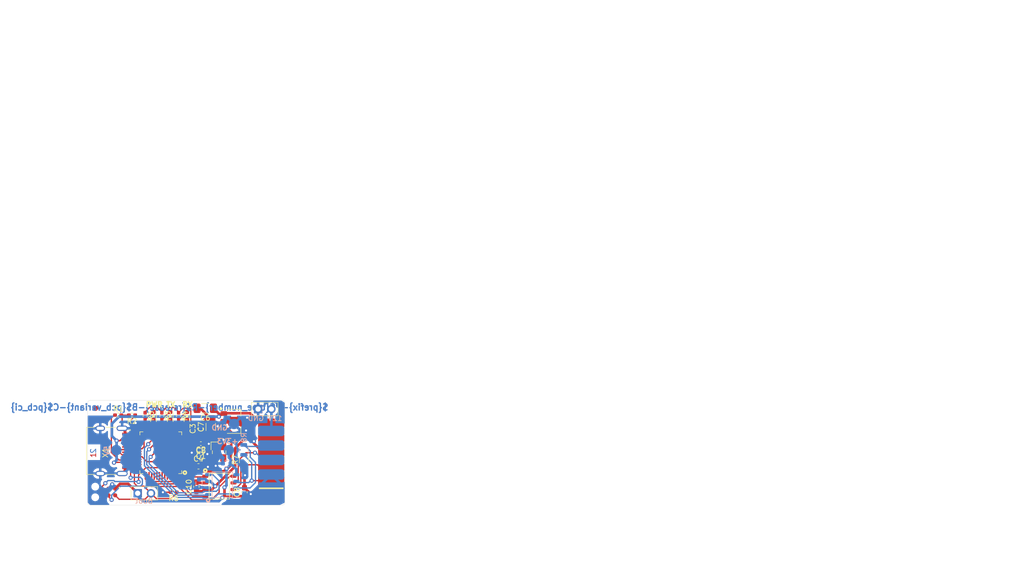
<source format=kicad_pcb>
(kicad_pcb (version 20241229) (generator "pcbnew") (generator_version "9.0")
  (title_block (title "${title}") (date "2022-03-07") (rev "R${release}") (company "${company}") (comment 1 "${release_state}") (comment 2 "${prefix}-P${type_number}-R${release}-B${pcb_variant}-C${pcb_ci}") (comment 3 "hardware/${prefix}-S${type_number}_${short_desciption}"))
  (layers (0 "F.Cu" signal) (2 "B.Cu" signal) (13 "F.Paste" user) (15 "B.Paste" user) (5 "F.SilkS" user "F.Silkscreen") (7 "B.SilkS" user "B.Silkscreen") (1 "F.Mask" user) (3 "B.Mask" user) (25 "Edge.Cuts" user))
  (net 0 "")
  (net 1 "+3V3")
  (net 2 "GND")
  (net 3 "+5V")
  (net 4 "/USB_N")
  (net 5 "/USB_P")
  (net 6 "Net-(D1-A)")
  (net 7 "Net-(D2-A)")
  (net 8 "Net-(D3-A)")
  (net 9 "+12V")
  (net 10 "Net-(X1-CC2)")
  (net 11 "Net-(X1-CC1)")
  (net 12 "/MCU/SWCLK")
  (net 13 "/CAN1_H")
  (net 14 "/CAN1_L")
  (net 15 "/CAN2_H")
  (net 16 "/CAN2_L")
  (net 17 "/MCU/SWDIO")
  (net 18 "/CAN Transceiver/CAN2_TX")
  (net 19 "/CAN Transceiver/CAN1_TX")
  (net 20 "/CAN Transceiver/CAN1_RX")
  (net 21 "/CAN Transceiver/CAN2_S")
  (net 22 "/CAN Transceiver/CAN2_RX")
  (net 23 "/CAN Transceiver/CAN1_S")
  (net 25 "/SH")
  (net 29 "/MCU/NRST")
  (net 30 "/MCU/LED_TX")
  (net 31 "/MCU/LED_RX")
  (net 32 "Net-(U1F-PF0{slash}OSC_IN)")
  (net 33 "Net-(U1F-PF1{slash}OSC_OUT)")
  (net 48 "/MCU/RX")
  (net 53 "/MCU/TX")
  (footprint "Connector_Tag-Connect:TC2030-NL" (layer "F.Cu") (at 105 137.5 180)
    (property "Reference" "X3" (hide yes))
    (property "Value" "TC2030-NL")
  )
  (footprint "kikit:Tab" (layer "F.Cu") (at 136.25 140.25 90)
    (property "Reference" "T104" (hide yes))
    (property "Value" "Tab")
  )
  (footprint "Resistor_SMD:R_0402_1005Metric_Pad0.72x0.64mm_HandSolder" (layer "F.Cu") (at 109.5 122.8 180)
    (property "Reference" "R2")
    (property "Value" "4K7")
  )
  (footprint "Capacitor_SMD:C_0402_1005Metric_Pad0.74x0.62mm_HandSolder" (layer "F.Cu") (at 122.654593 128.261227 180)
    (property "Reference" "C2")
    (property "Value" "10p")
  )
  (footprint "Capacitor_SMD:C_0603_1608Metric_Pad1.08x0.95mm_HandSolder" (layer "F.Cu") (at 131 137.55 90)
    (property "Reference" "C8")
    (property "Value" "100n")
  )
  (footprint "kikit:Tab" (layer "F.Cu") (at 103.5 140.25 90)
    (property "Reference" "T103" (hide yes))
    (property "Value" "Tab")
  )
  (footprint "mechanical:LAYERSTACK_TB" (layer "F.Cu") (at 101.9 129.25 90)
    (property "Reference" "NB2" (hide yes))
    (property "Value" "LAYERSTACK_TB" (hide yes))
  )
  (footprint "Resistor_SMD:R_0402_1005Metric_Pad0.72x0.64mm_HandSolder" (layer "F.Cu") (at 106.85 122.8)
    (property "Reference" "R1")
    (property "Value" "4K7")
  )
  (footprint "kikit:Tab" (layer "F.Cu") (at 103.5 119.75 -90)
    (property "Reference" "T102" (hide yes))
    (property "Value" "Tab")
  )
  (footprint "Capacitor_SMD:C_0603_1608Metric_Pad1.08x0.95mm_HandSolder" (layer "F.Cu") (at 122.2 132.6)
    (property "Reference" "C4")
    (property "Value" "100n")
  )
  (footprint "LEDs_Kingbright:LED_Kingbright_0603" (layer "F.Cu") (at 116.8 122.95 90)
    (property "Reference" "D1" (hide yes))
    (property "Value" "KPT-1608SGC" (hide yes))
  )
  (footprint "Resistor_SMD:R_0402_1005Metric_Pad0.72x0.64mm_HandSolder" (layer "F.Cu") (at 117.45 137.55 180)
    (property "Reference" "R6")
    (property "Value" "10K")
  )
  (footprint "Capacitor_SMD:C_1206_3216Metric_Pad1.33x1.80mm_HandSolder" (layer "F.Cu") (at 123.5 121.5 180)
    (property "Reference" "C6")
    (property "Value" "10u")
  )
  (footprint "kikit:Tab" (layer "F.Cu") (at 136.25 119.75 -90)
    (property "Reference" "T101" (hide yes))
    (property "Value" "Tab")
  )
  (footprint "TO_SMD:SOT-89" (layer "F.Cu") (at 129 124)
    (property "Reference" "U2" (hide yes))
    (property "Value" "MCP1754ST-3302E/MB" (hide yes))
  )
  (footprint "Capacitor_SMD:C_0402_1005Metric_Pad0.74x0.62mm_HandSolder" (layer "F.Cu") (at 122.65 129.5 180)
    (property "Reference" "C1")
    (property "Value" "10p")
  )
  (footprint "QFP:LQFP-48_7mmx7mm_Pitch0.5mm" (layer "F.Cu") (at 115 130 90)
    (property "Reference" "U1" (hide yes))
    (property "Value" "STM32G0B1CBT" (hide yes))
  )
  (footprint "Capacitor_SMD:C_0603_1608Metric_Pad1.08x0.95mm_HandSolder" (layer "F.Cu") (at 122.65 131.05)
    (property "Reference" "C5")
    (property "Value" "100n")
  )
  (footprint "Socket_GCT:USB4105_pasteInHole" (layer "F.Cu") (at 107.105 129.65 -90)
    (property "Reference" "X1")
    (property "Value" "629722000214_pasteInHole" (hide yes))
  )
  (footprint "d-sub:D-SUB-9_side" (layer "F.Cu") (at 138.8 130 -90)
    (property "Reference" "X2" (hide yes))
    (property "Value" "~" (hide yes))
  )
  (footprint "mechanical:Passermarke_1mm_1.8mmx1.8mm" (layer "F.Cu") (at 102.5 121.5)
    (property "Reference" "NB4" (hide yes))
    (property "Value" "Passermarke_1mm_1.8mmx1.8mm" (hide yes))
  )
  (footprint "Connector_generic:TP1.0mm" (layer "F.Cu") (at 110.3 125.4)
    (property "Reference" "TP5" (hide yes))
    (property "Value" "TP1.0mm" (hide yes))
  )
  (footprint "Capacitor_SMD:C_0603_1608Metric_Pad1.08x0.95mm_HandSolder" (layer "F.Cu") (at 122.55 125.4 90)
    (property "Reference" "C3")
    (property "Value" "100n")
  )
  (footprint "crystal:Crystal_4Pin_SMD_3.2mmx2.5mm" (layer "F.Cu") (at 126.15 129.9 -90)
    (property "Reference" "Y1" (hide yes))
    (property "Value" "830108313809" (hide yes))
  )
  (footprint "Resistor_SMD:R_0402_1005Metric_Pad0.72x0.64mm_HandSolder" (layer "F.Cu") (at 115.2 122.95 -90)
    (property "Reference" "R3")
    (property "Value" "1K")
  )
  (footprint "tssop:SOIC-8_3.90mmx4.90mm_Pitch1.27mm" (layer "F.Cu") (at 126.2 136.4)
    (property "Reference" "U3" (hide yes))
    (property "Value" "TJA1051T3" (hide yes))
  )
  (footprint "Connector_generic:Header_1x2_Pitch2.54mm" (layer "F.Cu") (at 113.12 137.75)
    (property "Reference" "P2" (hide yes))
    (property "Value" "CONN_01X02" (hide yes))
  )
  (footprint "Capacitor_SMD:C_1206_3216Metric_Pad1.33x1.80mm_HandSolder" (layer "F.Cu") (at 124.55 125.0625 90)
    (property "Reference" "C7")
    (property "Value" "10u")
  )
  (footprint "Connector_generic:Header_1x2_Pitch2.54mm" (layer "F.Cu") (at 136.14 121.65)
    (property "Reference" "P1" (hide yes))
    (property "Value" "CONN_01X02" (hide yes))
  )
  (footprint "Capacitor_SMD:C_0603_1608Metric_Pad1.08x0.95mm_HandSolder" (layer "F.Cu") (at 121.8 136.5 90)
    (property "Reference" "C10")
    (property "Value" "100n")
  )
  (footprint "LEDs_Kingbright:LED_Kingbright_0603" (layer "F.Cu") (at 120 122.95 90)
    (property "Reference" "D2" (hide yes))
    (property "Value" "KPT-1608SGC" (hide yes))
  )
  (footprint "Resistor_SMD:R_0402_1005Metric_Pad0.72x0.64mm_HandSolder" (layer "F.Cu") (at 112 122.95 -90)
    (property "Reference" "R5")
    (property "Value" "1K")
  )
  (footprint "Resistors_SMD:R_0805" (layer "F.Cu") (at 130.9 131.35 -90)
    (property "Reference" "R7")
    (property "Value" "120R_0805_125mW_1%_E24_Chip-Resistor" (hide yes))
  )
  (footprint "Resistor_SMD:R_0402_1005Metric_Pad0.72x0.64mm_HandSolder" (layer "F.Cu") (at 118.4 122.95 -90)
    (property "Reference" "R4")
    (property "Value" "1K")
  )
  (footprint "Connector_generic:TP1.0mm" (layer "F.Cu") (at 120.2 125.3)
    (property "Reference" "TP4" (hide yes))
    (property "Value" "TP1.0mm" (hide yes))
  )
  (footprint "LEDs_Kingbright:LED_Kingbright_0603" (layer "F.Cu") (at 113.6 122.95 90)
    (property "Reference" "D3" (hide yes))
    (property "Value" "KPT-1608EC" (hide yes))
  )
  (footprint "mechanical:Passermarke_1mm_1.8mmx1.8mm" (layer "F.Cu") (at 136 138.5)
    (property "Reference" "NB3" (hide yes))
    (property "Value" "Passermarke_1mm_1.8mmx1.8mm" (hide yes))
  )
  (footprint "tssop:SOIC-8_3.90mmx4.90mm_Pitch1.27mm" (layer "B.Cu") (at 126.75 136.1)
    (property "Reference" "U4" (hide yes))
    (property "Value" "TJA1051T3" (hide yes))
  )
  (footprint "Connector_generic:TP2.0mm" (layer "B.Cu") (at 128 129.5 180)
    (property "Reference" "TP2" (hide yes))
    (property "Value" "TP2.0mm" (hide yes))
  )
  (footprint "Connector_generic:TP2.0mm" (layer "B.Cu") (at 129 124.5 180)
    (property "Reference" "TP3" (hide yes))
    (property "Value" "TP2.0mm" (hide yes))
  )
  (footprint "Connector_generic:TP2.0mm" (layer "B.Cu") (at 106.5 129.5 180)
    (property "Reference" "TP1" (hide yes))
    (property "Value" "TP2.0mm" (hide yes))
  )
  (footprint "Capacitors_SMD:C_0603" (layer "B.Cu") (at 127.6 132.05 180)
    (property "Reference" "C9" (hide yes))
    (property "Value" "100n_0603_X7R_10%_50V_-40C..125C_Chip-Capacitor" (hide yes))
  )
  (footprint "Resistors_SMD:R_0805" (layer "B.Cu") (at 130.85 129.45 -90)
    (property "Reference" "R8")
    (property "Value" "120R_0805_125mW_1%_E24_Chip-Resistor" (hide yes))
  )
  (footprint "Capacitors_SMD:C_0603" (layer "B.Cu") (at 122.3 135.85 -90)
    (property "Reference" "C11" (hide yes))
    (property "Value" "100n_0603_X7R_10%_50V_-40C..125C_Chip-Capacitor" (hide yes))
  )
  (gr_arc (start 138.7 139.5) (mid 138.553553 139.853553) (end 138.2 140) (stroke (width 0.05)) (layer "Edge.Cuts"))
  (gr_line (start 101 139.5) (end 101 120.5) (stroke (width 0.05)) (layer "Edge.Cuts"))
  (gr_line (start 101.5 120) (end 138.2 120) (stroke (width 0.05)) (layer "Edge.Cuts"))
  (gr_arc (start 101.5 140) (mid 101.146447 139.853553) (end 101 139.5) (stroke (width 0.05)) (layer "Edge.Cuts"))
  (gr_arc (start 138.2 120) (mid 138.553553 120.146447) (end 138.7 120.5) (stroke (width 0.05)) (layer "Edge.Cuts"))
  (gr_line (start 138.2 140) (end 101.5 140) (stroke (width 0.05)) (layer "Edge.Cuts"))
  (gr_line (start 138.7 120.5) (end 138.7 139.5) (stroke (width 0.05)) (layer "Edge.Cuts"))
  (gr_arc (start 101 120.5) (mid 101.146447 120.146447) (end 101.5 120) (stroke (width 0.05)) (layer "Edge.Cuts"))
  (gr_text "${prefix}-P${type_number}-R${release}-B${pcb_variant}-C${pcb_ci}" (at 116.65 121.3 0) (layer "B.Cu") (effects (font (size 1.2 1.15) (thickness 0.25) (bold yes)) (justify mirror)))
  (gr_text "RX" (at 120.1 120.8 0) (layer "F.SilkS") (effects (font (size 1 1) (thickness 0.25))))
  (gr_text "PWR" (at 113.75 120.8 0) (layer "F.SilkS") (effects (font (size 1 1) (thickness 0.25))))
  (gr_text "TX" (at 116.9 120.8 0) (layer "F.SilkS") (effects (font (size 1 1) (thickness 0.25))))
  (gr_text "GND" (at 127.9 125.8 0) (layer "B.SilkS") (effects (font (size 1 1) (thickness 0.2)) (justify left bottom mirror)))
  (gr_text "12V" (at 138.3 124 0) (layer "B.SilkS") (effects (font (size 1 1)) (justify left bottom mirror)))
  (gr_text "GND" (at 134.8 124 0) (layer "B.SilkS") (effects (font (size 1 1)) (justify left bottom mirror)))
  (gr_text "+3V3\n" (at 129.9 128.4 0) (layer "B.SilkS") (effects (font (size 1 1) (thickness 0.2)) (justify left bottom mirror)))
  (gr_text "5V" (at 105.3 128.6 90) (layer "B.SilkS") (effects (font (size 1 1) (thickness 0.2)) (justify left bottom mirror)))
  (gr_text "Boot" (at 113.6 139.8 0) (layer "B.SilkS") (effects (font (size 1 1)) (justify left bottom mirror)))
  (segment (start 108.78 135.95) (end 110.58 137.75) (width 0.5) (layer "F.Cu") (net 1))
  (segment (start 121.4 132.416386) (end 121.4 132.55) (width 0.25) (layer "F.Cu") (net 1))
  (segment (start 128.45 132.35) (end 128.45 126.1) (width 0.5) (layer "F.Cu") (net 1))
  (segment (start 118.4 122.2) (end 117.55 121.35) (width 0.25) (layer "F.Cu") (net 1))
  (segment (start 127.306 138.305) (end 127.1755 138.1745) (width 0.3) (layer "F.Cu") (net 1))
  (segment (start 126.75 138.6) (end 127.1755 138.1745) (width 0.5) (layer "F.Cu") (net 1))
  (segment (start 130.8925 138.305) (end 131 138.4125) (width 0.3) (layer "F.Cu") (net 1))
  (segment (start 120.233614 131.25) (end 121.4 132.416386) (width 0.25) (layer "F.Cu") (net 1))
  (segment (start 117.55 121.35) (end 116.05 121.35) (width 0.25) (layer "F.Cu") (net 1))
  (segment (start 119.425 130.75) (end 119.425 131.25) (width 0.25) (layer "F.Cu") (net 1))
  (segment (start 127.060148 133.55) (end 127.555074 133.055074) (width 0.5) (layer "F.Cu") (net 1))
  (segment (start 106.27 136.865) (end 107.185 135.95) (width 0.5) (layer "F.Cu") (net 1))
  (segment (start 121.95 125.4) (end 123.8 125.4) (width 0.25) (layer "F.Cu") (net 1))
  (segment (start 116.05 121.35) (end 115.2 122.2) (width 0.25) (layer "F.Cu") (net 1))
  (segment (start 127.85 125.5) (end 127.05 125.5) (width 0.5) (layer "F.Cu") (net 1))
  (segment (start 128.9 138.305) (end 130.8925 138.305) (width 0.5) (layer "F.Cu") (net 1))
  (segment (start 120.95 131.05) (end 121.9 131.05) (width 0.25) (layer "F.Cu") (net 1))
  (segment (start 121.4 132.55) (end 122.4 133.55) (width 0.5) (layer "F.Cu") (net 1))
  (segment (start 127.1755 138.1745) (end 127.1755 136.6255) (width 0.5) (layer "F.Cu") (net 1))
  (segment (start 120.72478 124.17478) (end 121.95 125.4) (width 0.25) (layer "F.Cu") (net 1))
  (segment (start 119.425 130.25) (end 120.15 130.25) (width 0.25) (layer "F.Cu") (net 1))
  (segment (start 128.45 126.1) (end 127.85 125.5) (width 0.5) (layer "F.Cu") (net 1))
  (segment (start 112 122.2) (end 112.85 121.35) (width 0.25) (layer "F.Cu") (net 1))
  (segment (start 119.425 131.25) (end 120.233614 131.25) (width 0.25) (layer "F.Cu") (net 1))
  (segment (start 122.4 133.55) (end 127.060148 133.55) (width 0.5) (layer "F.Cu") (net 1))
  (segment (start 120.72478 121.62478) (end 120.72478 124.17478) (width 0.25) (layer "F.Cu") (net 1))
  (segment (start 124.5 126.25) (end 126.3 126.25) (width 0.5) (layer "F.Cu") (net 1))
  (segment (start 127.555074 133.055074) (end 127.744926 133.055074) (width 0.5) (layer "F.Cu") (net 1))
  (segment (start 128.9 138.305) (end 127.306 138.305) (width 0.3) (layer "F.Cu") (net 1))
  (segment (start 124.5 126.1) (end 124.5 126.25) (width 0.25) (layer "F.Cu") (net 1))
  (segment (start 126.3 126.25) (end 127.05 125.5) (width 0.5) (layer "F.Cu") (net 1))
  (segment (start 127.744926 133.055074) (end 128.45 132.35) (width 0.5) (layer "F.Cu") (net 1))
  (segment (start 120.60092 121.50092) (end 120.72478 121.62478) (width 0.2) (layer "F.Cu") (net 1))
  (segment (start 121.9 132.05) (end 121.9 131.05) (width 0.5) (layer "F.Cu") (net 1))
  (segment (start 119.25158 121.50092) (end 120.60092 121.50092) (width 0.2) (layer "F.Cu") (net 1))
  (segment (start 130.695 138.305) (end 130.75 138.25) (width 0.5) (layer "F.Cu") (net 1))
  (segment (start 114.35 121.35) (end 115.2 122.2) (width 0.25) (layer "F.Cu") (net 1))
  (segment (start 118.4 122.3525) (end 119.25158 121.50092) (width 0.2) (layer "F.Cu") (net 1))
  (segment (start 123.8 125.4) (end 124.5 126.1) (width 0.25) (layer "F.Cu") (net 1))
  (segment (start 107.185 135.95) (end 108.78 135.95) (width 0.5) (layer "F.Cu") (net 1))
  (segment (start 121.4 132.55) (end 121.9 132.05) (width 0.5) (layer "F.Cu") (net 1))
  (segment (start 120.15 130.25) (end 120.95 131.05) (width 0.25) (layer "F.Cu") (net 1))
  (segment (start 112.85 121.35) (end 114.35 121.35) (width 0.25) (layer "F.Cu") (net 1))
  (via (at 126.75 138.6) (size 0.8) (drill 0.4) (layers "F.Cu" "B.Cu") (net 1))
  (via (at 127.555074 133.055074) (size 0.8) (drill 0.4) (layers "F.Cu" "B.Cu") (net 1))
  (via (at 127.1755 136.6255) (size 0.8) (drill 0.4) (layers "F.Cu" "B.Cu") (net 1))
  (segment (start 127.1755 136.6255) (end 127.555074 136.245926) (width 0.5) (layer "B.Cu") (net 1))
  (segment (start 127.555074 136.245926) (end 127.555074 133.055074) (width 0.5) (layer "B.Cu") (net 1))
  (segment (start 126.1 139.25) (end 111.55 139.25) (width 0.5) (layer "B.Cu") (net 1))
  (segment (start 127.555074 133.055074) (end 128.35 132.260148) (width 0.5) (layer "B.Cu") (net 1))
  (segment (start 110.58 138.28) (end 110.58 137.75) (width 0.5) (layer "B.Cu") (net 1))
  (segment (start 129.45 133.15) (end 128.35 132.05) (width 0.5) (layer "B.Cu") (net 1))
  (segment (start 128.35 132.260148) (end 128.35 132.05) (width 0.5) (layer "B.Cu") (net 1))
  (segment (start 128 129.5) (end 128 130.9) (width 0.5) (layer "B.Cu") (net 1))
  (segment (start 128.35 131.25) (end 128.35 132.05) (width 0.5) (layer "B.Cu") (net 1))
  (segment (start 129.45 134.195) (end 129.45 133.15) (width 0.5) (layer "B.Cu") (net 1))
  (segment (start 128 130.9) (end 128.35 131.25) (width 0.5) (layer "B.Cu") (net 1))
  (segment (start 111.55 139.25) (end 110.58 138.28) (width 0.5) (layer "B.Cu") (net 1))
  (segment (start 126.75 138.6) (end 126.1 139.25) (width 0.5) (layer "B.Cu") (net 1))
  (segment (start 130.75 136.75) (end 131.05 136.75) (width 0.5) (layer "F.Cu") (net 2))
  (segment (start 132.8 127.8) (end 132.8 128.2) (width 0.5) (layer "F.Cu") (net 2))
  (segment (start 131 136.6875) (end 131 136.7) (width 0.2) (layer "F.Cu") (net 2))
  (segment (start 131 136.6875) (end 131 134.4) (width 0.5) (layer "F.Cu") (net 2))
  (segment (start 126.95 127.55) (end 127 127.5) (width 0.2) (layer "F.Cu") (net 2))
  (segment (start 123.9 130.25) (end 123.9 130) (width 0.5) (layer "F.Cu") (net 2))
  (segment (start 129.55 124) (end 131.3 125.75) (width 0.5) (layer "F.Cu") (net 2))
  (segment (start 121.865 135.765) (end 121.8 135.7) (width 0.5) (layer "F.Cu") (net 2))
  (segment (start 125.35 131) (end 125.35 132.35) (width 0.5) (layer "F.Cu") (net 2))
  (segment (start 120.7 136.8) (end 121.8 135.7) (width 0.5) (layer "F.Cu") (net 2))
  (segment (start 123.9 130.55) (end 123.9 130.25) (width 0.5) (layer "F.Cu") (net 2))
  (segment (start 124.55 123.5) (end 124.55 123.622959) (width 0.2) (layer "F.Cu") (net 2))
  (segment (start 107.6 122.8) (end 107.605 122.805) (width 0.25) (layer "F.Cu") (net 2))
  (segment (start 124.55 123.622959) (end 125.866564 124.939523) (width 0.5) (layer "F.Cu") (net 2))
  (segment (start 123.5 135.765) (end 121.865 135.765) (width 0.5) (layer "F.Cu") (net 2))
  (segment (start 107.4475 122.8) (end 108.9025 122.8) (width 0.2) (layer "F.Cu") (net 2))
  (segment (start 105.716784 136.148216) (end 105 136.865) (width 0.25) (layer "F.Cu") (net 2))
  (segment (start 123.9 131.85) (end 123.2 132.55) (width 0.5) (layer "F.Cu") (net 2))
  (segment (start 108.18 125.905) (end 107.605 125.33) (width 0.5) (layer "F.Cu") (net 2))
  (segment (start 122.55 121.5) (end 124.55 123.5) (width 0.5) (layer "F.Cu") (net 2))
  (segment (start 120.917241 129.992643) (end 120.674598 129.75) (width 0.25) (layer "F.Cu") (net 2))
  (segment (start 110.2 124.3) (end 112.9993 124.3) (width 0.2) (layer "F.Cu") (net 2))
  (segment (start 132.8 128.2) (end 134.6 130) (width 0.5) (layer "F.Cu") (net 2))
  (segment (start 127.25 124.15) (end 127.4 124) (width 0.5) (layer "F.Cu") (net 2))
  (segment (start 126.656087 124.15) (end 127.25 124.15) (width 0.5) (layer "F.Cu") (net 2))
  (segment (start 120.674598 129.75) (end 119.425 129.75) (width 0.25) (layer "F.Cu") (net 2))
  (segment (start 108.18 132.85) (end 108.18 133.395) (width 0.5) (layer "F.Cu") (net 2))
  (segment (start 112.9993 124.3) (end 113.6 123.6993) (width 0.2) (layer "F.Cu") (net 2))
  (segment (start 123.9 130) (end 123.4 129.5) (width 0.5) (layer "F.Cu") (net 2))
  (segment (start 125.35 132.35) (end 125.5 132.5) (width 0.5) (layer "F.Cu") (net 2))
  (segment (start 105.716784 136.040375) (end 105.716784 136.148216) (width 0.25) (layer "F.Cu") (net 2))
  (segment (start 123.9 131.55) (end 123.9 131.85) (width 0.5) (layer "F.Cu") (net 2))
  (segment (start 125.866564 124.939523) (end 126.656087 124.15) (width 0.5) (layer "F.Cu") (net 2))
  (segment (start 123.4 131.05) (end 123.9 130.55) (width 0.5) (layer "F.Cu") (net 2))
  (segment (start 130.75 136.75) (end 131.1 136.4) (width 0.5) (layer "F.Cu") (net 2))
  (segment (start 134.6 130) (end 136.325 130) (width 0.5) (layer "F.Cu") (net 2))
  (segment (start 123.9 131.85) (end 123.9 132.6) (width 0.5) (layer "F.Cu") (net 2))
  (segment (start 123.5875 123.5) (end 122.55 124.5375) (width 0.5) (layer "F.Cu") (net 2))
  (segment (start 126.95 128.8) (end 126.95 127.55) (width 0.5) (layer "F.Cu") (net 2))
  (segment (start 129.4375 124) (end 130.8 124) (width 0.5) (layer "F.Cu") (net 2))
  (segment (start 124.139888 128.261227) (end 124.175001 128.29634) (width 0.2) (layer "F.Cu") (net 2))
  (segment (start 107.605 122.805) (end 107.605 125.33) (width 0.25) (layer "F.Cu") (net 2))
  (segment (start 123.222093 128.261227) (end 124.139888 128.261227) (width 0.5) (layer "F.Cu") (net 2))
  (segment (start 131 134.4) (end 131.1 134.3) (width 0.5) (layer "F.Cu") (net 2))
  (segment (start 108.18 133.395) (end 107.605 133.97) (width 0.5) (layer "F.Cu") (net 2))
  (segment (start 129.4375 124) (end 129.55 124) (width 0.5) (layer "F.Cu") (net 2))
  (segment (start 123.9 132.6) (end 124 132.7) (width 0.5) (layer "F.Cu") (net 2))
  (segment (start 131 136.7) (end 132.2 137.9) (width 0.5) (layer "F.Cu") (net 2))
  (segment (start 121.9375 121.5) (end 122.55 121.5) (width 0.5) (layer "F.Cu") (net 2))
  (segment (start 116.7 137.55) (end 115.4 137.55) (width 0.25) (layer "F.Cu") (net 2))
  (segment (start 130.8 124) (end 131.5 123.3) (width 0.5) (layer "F.Cu") (net 2))
  (segment (start 123.4 131.05) (end 123.9 131.55) (width 0.5) (layer "F.Cu") (net 2))
  (segment (start 124.55 123.5) (end 123.5875 123.5) (width 0.5) (layer "F.Cu") (net 2))
  (segment (start 108.18 126.45) (end 108.18 125.905) (width 0.5) (layer "F.Cu") (net 2))
  (via (at 110.2 124.3) (size 0.8) (drill 0.4) (layers "F.Cu" "B.Cu") (net 2))
  (via (at 124.175001 128.29634) (size 0.8) (drill 0.4) (layers "F.Cu" "B.Cu") (net 2))
  (via (at 131.5 123.3) (size 0.8) (drill 0.4) (layers "F.Cu" "B.Cu") (net 2))
  (via (at 132.8 127.8) (size 0.8) (drill 0.4) (layers "F.Cu" "B.Cu") (net 2))
  (via (at 105.716784 136.040375) (size 0.8) (drill 0.4) (layers "F.Cu" "B.Cu") (net 2))
  (via (at 120.7 136.8) (size 0.8) (drill 0.4) (layers "F.Cu" "B.Cu") (net 2))
  (via (at 131.3 125.75) (size 0.8) (drill 0.4) (layers "F.Cu" "B.Cu") (net 2))
  (via (at 125.866564 124.939523) (size 0.8) (drill 0.4) (layers "F.Cu" "B.Cu") (net 2))
  (via (at 127 127.5) (size 0.8) (drill 0.4) (layers "F.Cu" "B.Cu") (net 2))
  (via (at 124 132.7) (size 0.8) (drill 0.4) (layers "F.Cu" "B.Cu") (net 2))
  (via (at 123.9 130.25) (size 0.8) (drill 0.4) (layers "F.Cu" "B.Cu") (net 2))
  (via (at 125.5 132.5) (size 0.8) (drill 0.4) (layers "F.Cu" "B.Cu") (net 2))
  (via (at 115.4 137.55) (size 0.8) (drill 0.4) (layers "F.Cu" "B.Cu") (net 2))
  (via (at 132.2 137.9) (size 0.8) (drill 0.4) (layers "F.Cu" "B.Cu") (net 2))
  (via (at 120.917241 129.992643) (size 0.8) (drill 0.4) (layers "F.Cu" "B.Cu") (net 2))
  (via (at 131.1 134.3) (size 0.8) (drill 0.4) (layers "F.Cu" "B.Cu") (net 2))
  (segment (start 120.7 136.8) (end 122.1 136.8) (width 0.5) (layer "B.Cu") (net 2))
  (segment (start 125.866564 124.939523) (end 126.656087 124.15) (width 0.5) (layer "B.Cu") (net 2))
  (segment (start 122.45 136.65) (end 122.35 136.55) (width 0.5) (layer "B.Cu") (net 2))
  (segment (start 126.95 124.15) (end 127 124.2) (width 0.5) (layer "B.Cu") (net 2))
  (segment (start 124.05 136.735) (end 123.965 136.65) (width 0.5) (layer "B.Cu") (net 2))
  (segment (start 123.965 136.65) (end 122.45 136.65) (width 0.5) (layer "B.Cu") (net 2))
  (segment (start 122.1 136.8) (end 122.35 136.55) (width 0.5) (layer "B.Cu") (net 2))
  (segment (start 107.605 133.97) (end 107.93 133.97) (width 0.5) (layer "B.Cu") (net 2))
  (segment (start 126.656087 124.15) (end 126.95 124.15) (width 0.5) (layer "B.Cu") (net 2))
  (segment (start 107.93 133.97) (end 109.5 132.4) (width 0.5) (layer "B.Cu") (net 2))
  (segment (start 108.18 132.05) (end 107.604949 132.05) (width 0.25) (layer "F.Cu") (net 3))
  (segment (start 125.4 136.4) (end 124.765 137.035) (width 0.5) (layer "F.Cu") (net 3))
  (segment (start 107.604949 132.05) (end 107.394949 131.84) (width 0.25) (layer "F.Cu") (net 3))
  (segment (start 121.8 137.3625) (end 123.1725 137.3625) (width 0.5) (layer "F.Cu") (net 3))
  (segment (start 125.4 136.4) (end 125.411523 136.4) (width 0.5) (layer "F.Cu") (net 3))
  (segment (start 127.1 122.45) (end 127.05 122.5) (width 0.5) (layer "F.Cu") (net 3))
  (segment (start 132.05 122.45) (end 127.1 122.45) (width 0.5) (layer "F.Cu") (net 3))
  (segment (start 108.18 127.25) (end 107.640305 127.25) (width 0.3) (layer "F.Cu") (net 3))
  (segment (start 125.0625 121.5) (end 126.1 122.5375) (width 0.5) (layer "F.Cu") (net 3))
  (segment (start 125.411523 136.4) (end 129.225 132.586523) (width 0.5) (layer "F.Cu") (net 3))
  (segment (start 107.189805 127.7005) (end 106.55 127.7005) (width 0.3) (layer "F.Cu") (net 3))
  (segment (start 126.95 122.4) (end 127.05 122.5) (width 0.5) (layer "F.Cu") (net 3))
  (segment (start 126.1 122.5375) (end 126.1 123.1) (width 0.5) (layer "F.Cu") (net 3))
  (segment (start 124.765 137.035) (end 123.5 137.035) (width 0.5) (layer "F.Cu") (net 3))
  (segment (start 106.11 131.84) (end 106.05 131.9) (width 0.25) (layer "F.Cu") (net 3))
  (segment (start 129.225 129.125) (end 132.5 125.85) (width 0.5) (layer "F.Cu") (net 3))
  (segment (start 107.394949 131.84) (end 106.11 131.84) (width 0.25) (layer "F.Cu") (net 3))
  (segment (start 107.640305 127.25) (end 107.189805 127.7005) (width 0.3) (layer "F.Cu") (net 3))
  (segment (start 126.1 123.1) (end 126.8 122.4) (width 0.5) (layer "F.Cu") (net 3))
  (segment (start 129.225 132.586523) (end 129.225 129.125) (width 0.5) (layer "F.Cu") (net 3))
  (segment (start 123.1725 137.3625) (end 123.5 137.035) (width 0.5) (layer "F.Cu") (net 3))
  (segment (start 132.5 122.9) (end 132.05 122.45) (width 0.5) (layer "F.Cu") (net 3))
  (segment (start 132.5 125.85) (end 132.5 122.9) (width 0.5) (layer "F.Cu") (net 3))
  (segment (start 121.8 137.2) (end 121.965 137.035) (width 0.5) (layer "F.Cu") (net 3))
  (segment (start 126.8 122.4) (end 126.95 122.4) (width 0.5) (layer "F.Cu") (net 3))
  (via (at 106.05 131.9) (size 0.8) (drill 0.4) (layers "F.Cu" "B.Cu") (net 3))
  (via (at 125.4 136.4) (size 0.8) (drill 0.4) (layers "F.Cu" "B.Cu") (net 3))
  (via (at 106.55 127.7005) (size 0.8) (drill 0.4) (layers "F.Cu" "B.Cu") (net 3))
  (via (at 126.1 123.1) (size 0.8) (drill 0.4) (layers "F.Cu" "B.Cu") (net 3))
  (segment (start 122.35 135.05) (end 123.535 135.05) (width 0.5) (layer "B.Cu") (net 3))
  (segment (start 124.565 135.565) (end 125.4 136.4) (width 0.5) (layer "B.Cu") (net 3))
  (segment (start 126.1 123.1) (end 107 123.1) (width 0.5) (layer "B.Cu") (net 3))
  (segment (start 105.65 126.8005) (end 106.55 127.7005) (width 0.5) (layer "B.Cu") (net 3))
  (segment (start 123.535 135.05) (end 124.05 135.565) (width 0.5) (layer "B.Cu") (net 3))
  (segment (start 105.65 124.45) (end 105.65 126.8005) (width 0.5) (layer "B.Cu") (net 3))
  (segment (start 124.05 135.565) (end 124.565 135.565) (width 0.5) (layer "B.Cu") (net 3))
  (segment (start 106.55 127.7005) (end 106.55 131.4) (width 0.5) (layer "B.Cu") (net 3))
  (segment (start 106.55 131.4) (end 106.05 131.9) (width 0.5) (layer "B.Cu") (net 3))
  (segment (start 107 123.1) (end 105.65 124.45) (width 0.5) (layer "B.Cu") (net 3))
  (segment (start 108.18 128.9) (end 108.78533 128.9) (width 0.2) (layer "F.Cu") (net 4))
  (segment (start 109.1 129.21467) (end 109.1 129.9) (width 0.2) (layer "F.Cu") (net 4))
  (segment (start 109.525 130.325) (end 109.525 130.973259) (width 0.2) (layer "F.Cu") (net 4))
  (segment (start 109.525 130.973259) (end 109.801741 131.25) (width 0.2) (layer "F.Cu") (net 4))
  (segment (start 109.1 129.9) (end 109.525 130.325) (width 0.2) (layer "F.Cu") (net 4))
  (segment (start 109.801741 131.25) (end 110.575 131.25) (width 0.2) (layer "F.Cu") (net 4))
  (segment (start 108.78533 128.9) (end 109.1 129.21467) (width 0.2) (layer "F.Cu") (net 4))
  (segment (start 108.18 129.9) (end 109.1 129.9) (width 0.2) (layer "F.Cu") (net 4))
  (segment (start 108.78533 130.4) (end 109.1 130.71467) (width 0.2) (layer "F.Cu") (net 5))
  (segment (start 108.18 130.4) (end 108.78533 130.4) (width 0.2) (layer "F.Cu") (net 5))
  (segment (start 109.1 130.71467) (end 109.1 131.5) (width 0.2) (layer "F.Cu") (net 5))
  (segment (start 109.1 131.5) (end 109.35 131.75) (width 0.2) (layer "F.Cu") (net 5))
  (segment (start 108.18 130.4) (end 107.57467 130.4) (width 0.2) (layer "F.Cu") (net 5))
  (segment (start 107.305 129.595) (end 107.5 129.4) (width 0.2) (layer "F.Cu") (net 5))
  (segment (start 107.5 129.4) (end 108.18 129.4) (width 0.2) (layer "F.Cu") (net 5))
  (segment (start 107.57467 130.4) (end 107.305 130.13033) (width 0.2) (layer "F.Cu") (net 5))
  (segment (start 107.305 130.13033) (end 107.305 129.595) (width 0.2) (layer "F.Cu") (net 5))
  (segment (start 109.35 131.75) (end 110.575 131.75) (width 0.2) (layer "F.Cu") (net 5))
  (segment (start 116.6993 122.2007) (end 115.2 123.7) (width 0.25) (layer "F.Cu") (net 6))
  (segment (start 116.8 122.2007) (end 116.6993 122.2007) (width 0.25) (layer "F.Cu") (net 6))
  (segment (start 119.8993 122.2007) (end 118.4 123.7) (width 0.25) (layer "F.Cu") (net 7))
  (segment (start 120 122.2007) (end 119.8993 122.2007) (width 0.25) (layer "F.Cu") (net 7))
  (segment (start 113.6 122.2007) (end 113.4993 122.2007) (width 0.25) (layer "F.Cu") (net 8))
  (segment (start 113.4993 122.2007) (end 112 123.7) (width 0.25) (layer "F.Cu") (net 8))
  (segment (start 136.14 125.805) (end 136.1 125.845) (width 0.5) (layer "B.Cu") (net 9))
  (segment (start 136.14 121.65) (end 136.14 125.805) (width 0.5) (layer "B.Cu") (net 9))
  (segment (start 108.18 131.4) (end 108.17 131.39) (width 0.25) (layer "F.Cu") (net 10))
  (segment (start 106.99 131.39) (end 105.55 129.95) (width 0.25) (layer "F.Cu") (net 10))
  (segment (start 108.17 131.39) (end 106.99 131.39) (width 0.25) (layer "F.Cu") (net 10))
  (segment (start 105.55 123.35) (end 106.1 122.8) (width 0.25) (layer "F.Cu") (net 10))
  (segment (start 105.55 129.95) (end 105.55 123.35) (width 0.25) (layer "F.Cu") (net 10))
  (segment (start 109.3 128.2) (end 109.3 123.75) (width 0.25) (layer "F.Cu") (net 11))
  (segment (start 110.0975 122.9525) (end 109.3 123.75) (width 0.2) (layer "F.Cu") (net 11))
  (segment (start 110.0975 122.8) (end 110.0975 122.9525) (width 0.2) (layer "F.Cu") (net 11))
  (segment (start 108.18 128.4) (end 109.1 128.4) (width 0.25) (layer "F.Cu") (net 11))
  (segment (start 109.1 128.4) (end 109.3 128.2) (width 0.25) (layer "F.Cu") (net 11))
  (segment (start 109.95 133.45) (end 109.95 135.85) (width 0.25) (layer "F.Cu") (net 12))
  (segment (start 111.77 136.4) (end 113.12 137.75) (width 0.25) (layer "F.Cu") (net 12))
  (segment (start 117 138.75) (end 118.2 137.55) (width 0.25) (layer "F.Cu") (net 12))
  (segment (start 110.56 132.84) (end 109.95 133.45) (width 0.25) (layer "F.Cu") (net 12))
  (segment (start 110.5 136.4) (end 111.77 136.4) (width 0.25) (layer "F.Cu") (net 12))
  (segment (start 106.27 138.134) (end 107.036 138.9) (width 0.25) (layer "F.Cu") (net 12))
  (segment (start 113.12 137.75) (end 114.12 138.75) (width 0.25) (layer "F.Cu") (net 12))
  (segment (start 114.12 138.75) (end 117 138.75) (width 0.25) (layer "F.Cu") (net 12))
  (segment (start 109.95 135.85) (end 110.5 136.4) (width 0.25) (layer "F.Cu") (net 12))
  (segment (start 110.575 132.84) (end 110.56 132.84) (width 0.25) (layer "F.Cu") (net 12))
  (segment (start 107.036 138.9) (end 111.97 138.9) (width 0.25) (layer "F.Cu") (net 12))
  (segment (start 111.97 138.9) (end 113.12 137.75) (width 0.25) (layer "F.Cu") (net 12))
  (segment (start 129.3175 135.765) (end 129.8 135.2825) (width 0.25) (layer "F.Cu") (net 13))
  (segment (start 129.8 131.5) (end 130.9 130.4) (width 0.25) (layer "F.Cu") (net 13))
  (segment (start 128.9 135.765) (end 129.3175 135.765) (width 0.25) (layer "F.Cu") (net 13))
  (segment (start 131.3 130) (end 130.9 130.4) (width 0.25) (layer "F.Cu") (net 13))
  (segment (start 133.0005 130) (end 131.3 130) (width 0.25) (layer "F.Cu") (net 13))
  (segment (start 129.8 135.2825) (end 129.8 131.5) (width 0.25) (layer "F.Cu") (net 13))
  (via (at 133.0005 130) (size 0.8) (drill 0.4) (layers "F.Cu" "B.Cu") (net 13))
  (segment (start 133.2 130) (end 134.5 131.3) (width 0.25) (layer "B.Cu") (net 13))
  (segment (start 134.5 131.3) (end 136.24 131.3) (width 0.25) (layer "B.Cu") (net 13))
  (segment (start 133.0005 130) (end 133.2 130) (width 0.25) (layer "B.Cu") (net 13))
  (segment (start 130.3 135.9) (end 130.3 132.9) (width 0.25) (layer "F.Cu") (net 14))
  (segment (start 130.3 132.9) (end 130.9 132.3) (width 0.25) (layer "F.Cu") (net 14))
  (segment (start 129.165 137.035) (end 130.3 135.9) (width 0.25) (layer "F.Cu") (net 14))
  (segment (start 133.45 132.3) (end 133.92 132.77) (width 0.25) (layer "F.Cu") (net 14))
  (segment (start 130.9 132.3) (end 133.45 132.3) (width 0.25) (layer "F.Cu") (net 14))
  (segment (start 133.92 132.77) (end 136.325 132.77) (width 0.25) (layer "F.Cu") (net 14))
  (segment (start 128.9 137.035) (end 129.165 137.035) (width 0.25) (layer "F.Cu") (net 14))
  (segment (start 133.1 131.85) (end 133.1 135.7) (width 0.25) (layer "B.Cu") (net 15))
  (segment (start 130.95 128.5) (end 132.1 129.65) (width 0.25) (layer "B.Cu") (net 15))
  (segment (start 132.1 129.65) (end 132.1 130.85) (width 0.25) (layer "B.Cu") (net 15))
  (segment (start 130.85 128.5) (end 130.95 128.5) (width 0.25) (layer "B.Cu") (net 15))
  (segment (start 132.065 136.735) (end 129.45 136.735) (width 0.25) (layer "B.Cu") (net 15))
  (segment (start 131.15 128.8) (end 135.915 128.8) (width 0.25) (layer "B.Cu") (net 15))
  (segment (start 133.1 135.7) (end 132.065 136.735) (width 0.25) (layer "B.Cu") (net 15))
  (segment (start 132.1 130.85) (end 133.1 131.85) (width 0.25) (layer "B.Cu") (net 15))
  (segment (start 130.85 128.5) (end 131.15 128.8) (width 0.25) (layer "B.Cu") (net 15))
  (segment (start 135.915 128.8) (end 136.1 128.615) (width 0.25) (layer "B.Cu") (net 15))
  (segment (start 132.3755 135.337701) (end 134.687701 135.337701) (width 0.25) (layer "F.Cu") (net 16))
  (segment (start 134.89 135.54) (end 136.1 135.54) (width 0.25) (layer "F.Cu") (net 16))
  (segment (start 134.687701 135.337701) (end 134.89 135.54) (width 0.25) (layer "F.Cu") (net 16))
  (via (at 132.3755 135.337701) (size 0.8) (drill 0.4) (layers "F.Cu" "B.Cu") (net 16))
  (segment (start 129.685 135.7) (end 129.45 135.465) (width 0.25) (layer "B.Cu") (net 16))
  (segment (start 131.8 135.7) (end 129.685 135.7) (width 0.25) (layer "B.Cu") (net 16))
  (segment (start 132.3755 135.337701) (end 132.162299 135.337701) (width 0.25) (layer "B.Cu") (net 16))
  (segment (start 132.3755 135.337701) (end 132.3755 131.9255) (width 0.25) (layer "B.Cu") (net 16))
  (segment (start 132.162299 135.337701) (end 131.8 135.7) (width 0.25) (layer "B.Cu") (net 16))
  (segment (start 132.3755 131.9255) (end 130.85 130.4) (width 0.25) (layer "B.Cu") (net 16))
  (segment (start 109.778604 132.25) (end 110.575 132.25) (width 0.25) (layer "F.Cu") (net 17))
  (segment (start 109.2255 132.803104) (end 109.778604 132.25) (width 0.25) (layer "F.Cu") (net 17))
  (segment (start 105 138.4) (end 105.6 139) (width 0.25) (layer "F.Cu") (net 17))
  (segment (start 109.2255 134.7755) (end 109.2255 132.803104) (width 0.25) (layer "F.Cu") (net 17))
  (segment (start 105 138.135) (end 105 138.4) (width 0.25) (layer "F.Cu") (net 17))
  (via (at 105.6 139) (size 0.8) (drill 0.4) (layers "F.Cu" "B.Cu") (net 17))
  (via (at 109.2255 134.7755) (size 0.8) (drill 0.4) (layers "F.Cu" "B.Cu") (net 17))
  (segment (start 111.1 134.7) (end 111.4755 135.0755) (width 0.25) (layer "B.Cu") (net 17))
  (segment (start 111.4755 135.0755) (end 111.4755 136.0245) (width 0.25) (layer "B.Cu") (net 17))
  (segment (start 111.4755 136.0245) (end 111.1 136.4) (width 0.25) (layer "B.Cu") (net 17))
  (segment (start 107.293102 136.4) (end 105.6 138.093102) (width 0.25) (layer "B.Cu") (net 17))
  (segment (start 111.1 136.4) (end 107.293102 136.4) (width 0.25) (layer "B.Cu") (net 17))
  (segment (start 105.6 138.093102) (end 105.6 139) (width 0.25) (layer "B.Cu") (net 17))
  (segment (start 109.2255 134.7755) (end 109.301 134.7) (width 0.25) (layer "B.Cu") (net 17))
  (segment (start 109.301 134.7) (end 111.1 134.7) (width 0.25) (layer "B.Cu") (net 17))
  (segment (start 114.25 127.85) (end 114.25 125.575) (width 0.25) (layer "F.Cu") (net 18))
  (segment (start 112.75 129.35) (end 114.25 127.85) (width 0.25) (layer "F.Cu") (net 18))
  (via (at 112.75 129.35) (size 0.8) (drill 0.4) (layers "F.Cu" "B.Cu") (net 18))
  (segment (start 112.325 129.775) (end 112.325 132.299695) (width 0.25) (layer "B.Cu") (net 18))
  (segment (start 112.325 132.299695) (end 118.130305 138.105) (width 0.25) (layer "B.Cu") (net 18))
  (segment (start 112.75 129.35) (end 112.325 129.775) (width 0.25) (layer "B.Cu") (net 18))
  (segment (start 118.130305 138.105) (end 124.05 138.105) (width 0.25) (layer "B.Cu") (net 18))
  (segment (start 113.516386 135.5) (end 118.4 135.5) (width 0.25) (layer "F.Cu") (net 19))
  (segment (start 119.275 134.625) (end 123.37 134.625) (width 0.25) (layer "F.Cu") (net 19))
  (segment (start 113.25 135.233614) (end 113.516386 135.5) (width 0.25) (layer "F.Cu") (net 19))
  (segment (start 113.25 134.425) (end 113.25 135.233614) (width 0.25) (layer "F.Cu") (net 19))
  (segment (start 123.37 134.625) (end 123.5 134.495) (width 0.25) (layer "F.Cu") (net 19))
  (segment (start 118.4 135.5) (end 119.275 134.625) (width 0.25) (layer "F.Cu") (net 19))
  (segment (start 123.5 138.305) (end 121.105 138.305) (width 0.25) (layer "F.Cu") (net 20))
  (segment (start 121.105 138.305) (end 118.75 135.95) (width 0.25) (layer "F.Cu") (net 20))
  (segment (start 118.75 135.95) (end 113.32999 135.95) (width 0.25) (layer "F.Cu") (net 20))
  (segment (start 113.32999 135.95) (end 112.75 135.37001) (width 0.25) (layer "F.Cu") (net 20))
  (segment (start 112.75 135.37001) (end 112.75 134.425) (width 0.25) (layer "F.Cu") (net 20))
  (segment (start 113.75 127.15) (end 113.75 125.575) (width 0.25) (layer "F.Cu") (net 21))
  (segment (start 112.594115 128.362729) (end 112.594115 128.305885) (width 0.25) (layer "F.Cu") (net 21))
  (segment (start 112.594115 128.305885) (end 113.75 127.15) (width 0.25) (layer "F.Cu") (net 21))
  (via (at 112.594115 128.362729) (size 0.8) (drill 0.4) (layers "F.Cu" "B.Cu") (net 21))
  (segment (start 123.07 138.675) (end 125.175 138.675) (width 0.25) (layer "B.Cu") (net 21))
  (segment (start 112.594115 128.362729) (end 111.875 129.081844) (width 0.25) (layer "B.Cu") (net 21))
  (segment (start 111.875 132.486091) (end 117.943909 138.555) (width 0.25) (layer "B.Cu") (net 21))
  (segment (start 125.175 138.675) (end 125.975 137.875) (width 0.25) (layer "B.Cu") (net 21))
  (segment (start 117.943909 138.555) (end 122.95 138.555) (width 0.25) (layer "B.Cu") (net 21))
  (segment (start 111.875 129.081844) (end 111.875 132.486091) (width 0.25) (layer "B.Cu") (net 21))
  (segment (start 122.95 138.555) (end 123.07 138.675) (width 0.25) (layer "B.Cu") (net 21))
  (segment (start 128.425 137.875) (end 128.655 138.105) (width 0.25) (layer "B.Cu") (net 21))
  (segment (start 125.975 137.875) (end 128.425 137.875) (width 0.25) (layer "B.Cu") (net 21))
  (segment (start 128.655 138.105) (end 129.45 138.105) (width 0.25) (layer "B.Cu") (net 21))
  (segment (start 114.75 129.1) (end 114.75 125.575) (width 0.25) (layer "F.Cu") (net 22))
  (segment (start 113.05 130.8) (end 114.75 129.1) (width 0.25) (layer "F.Cu") (net 22))
  (via (at 113.05 130.8) (size 0.8) (drill 0.4) (layers "F.Cu" "B.Cu") (net 22))
  (segment (start 126.125 135.375) (end 126.125 136.875) (width 0.25) (layer "B.Cu") (net 22))
  (segment (start 125.625 137.375) (end 123.225 137.375) (width 0.25) (layer "B.Cu") (net 22))
  (segment (start 126.125 136.875) (end 125.625 137.375) (width 0.25) (layer "B.Cu") (net 22))
  (segment (start 124.945 134.195) (end 126.125 135.375) (width 0.25) (layer "B.Cu") (net 22))
  (segment (start 118.316701 137.655) (end 112.775 132.113299) (width 0.25) (layer "B.Cu") (net 22))
  (segment (start 122.945 137.655) (end 118.316701 137.655) (width 0.25) (layer "B.Cu") (net 22))
  (segment (start 112.775 132.113299) (end 112.775 131.075) (width 0.25) (layer "B.Cu") (net 22))
  (segment (start 112.775 131.075) (end 113.05 130.8) (width 0.25) (layer "B.Cu") (net 22))
  (segment (start 123.225 137.375) (end 122.945 137.655) (width 0.25) (layer "B.Cu") (net 22))
  (segment (start 124.05 134.195) (end 124.945 134.195) (width 0.25) (layer "B.Cu") (net 22))
  (segment (start 124.7 139) (end 120.9 139) (width 0.25) (layer "F.Cu") (net 23))
  (segment (start 113.15 136.45) (end 112.2 135.5) (width 0.25) (layer "F.Cu") (net 23))
  (segment (start 128.205 134.495) (end 126.15 136.55) (width 0.25) (layer "F.Cu") (net 23))
  (segment (start 118.35 136.45) (end 113.15 136.45) (width 0.25) (layer "F.Cu") (net 23))
  (segment (start 128.9 134.495) (end 128.205 134.495) (width 0.25) (layer "F.Cu") (net 23))
  (segment (start 126.15 136.55) (end 126.15 137.55) (width 0.25) (layer "F.Cu") (net 23))
  (segment (start 112.2 134.465) (end 112.16 134.425) (width 0.25) (layer "F.Cu") (net 23))
  (segment (start 120.9 139) (end 118.35 136.45) (width 0.25) (layer "F.Cu") (net 23))
  (segment (start 126.15 137.55) (end 124.7 139) (width 0.25) (layer "F.Cu") (net 23))
  (segment (start 112.2 135.5) (end 112.2 134.465) (width 0.25) (layer "F.Cu") (net 23))
  (segment (start 110.7505 135.569301) (end 110.7505 134.248802) (width 0.25) (layer "F.Cu") (net 29))
  (segment (start 121.35 126.15) (end 120.7 126.8) (width 0.25) (layer "F.Cu") (net 29))
  (segment (start 120.7 127.9) (end 120.35 128.25) (width 0.25) (layer "F.Cu") (net 29))
  (segment (start 103.73 136.865) (end 103.73 136.4945) (width 0.25) (layer "F.Cu") (net 29))
  (segment (start 110.7505 134.248802) (end 112.149302 132.85) (width 0.25) (layer "F.Cu") (net 29))
  (segment (start 120.35 128.25) (end 119.425 128.25) (width 0.25) (layer "F.Cu") (net 29))
  (segment (start 117.35 132.85) (end 117.75 132.45) (width 0.25) (layer "F.Cu") (net 29))
  (segment (start 122.55 126.15) (end 121.35 126.15) (width 0.25) (layer "F.Cu") (net 29))
  (segment (start 120.7 126.8) (end 120.7 127.9) (width 0.25) (layer "F.Cu") (net 29))
  (segment (start 118.45 128.25) (end 119.425 128.25) (width 0.25) (layer "F.Cu") (net 29))
  (segment (start 117.75 132.45) (end 117.75 128.95) (width 0.25) (layer "F.Cu") (net 29))
  (segment (start 112.149302 132.85) (end 117.35 132.85) (width 0.25) (layer "F.Cu") (net 29))
  (segment (start 103.73 136.4945) (end 104.4 135.8245) (width 0.25) (layer "F.Cu") (net 29))
  (segment (start 117.75 128.95) (end 118.45 128.25) (width 0.25) (layer "F.Cu") (net 29))
  (via (at 110.7505 135.569301) (size 0.8) (drill 0.4) (layers "F.Cu" "B.Cu") (net 29))
  (via (at 104.4 135.8245) (size 0.8) (drill 0.4) (layers "F.Cu" "B.Cu") (net 29))
  (segment (start 106.017089 135.315375) (end 104.909125 135.315375) (width 0.25) (layer "B.Cu") (net 29))
  (segment (start 106.201714 135.5) (end 106.017089 135.315375) (width 0.25) (layer "B.Cu") (net 29))
  (segment (start 104.909125 135.315375) (end 104.4 135.8245) (width 0.25) (layer "B.Cu") (net 29))
  (segment (start 110.681199 135.5) (end 106.201714 135.5) (width 0.25) (layer "B.Cu") (net 29))
  (segment (start 110.7505 135.569301) (end 110.681199 135.5) (width 0.25) (layer "B.Cu") (net 29))
  (segment (start 116.8 123.6993) (end 116.75 123.7493) (width 0.25) (layer "F.Cu") (net 30))
  (segment (start 116.75 123.7493) (end 116.75 125.575) (width 0.25) (layer "F.Cu") (net 30))
  (segment (start 117.25 124.65) (end 117.5 124.4) (width 0.2) (layer "F.Cu") (net 31))
  (segment (start 117.25 125.575) (end 117.25 124.65) (width 0.2) (layer "F.Cu") (net 31))
  (segment (start 117.5 124.4) (end 119.2993 124.4) (width 0.2) (layer "F.Cu") (net 31))
  (segment (start 119.2993 124.4) (end 120 123.6993) (width 0.2) (layer "F.Cu") (net 31))
  (segment (start 121.9 129.5) (end 121.65 129.25) (width 0.2) (layer "F.Cu") (net 32))
  (segment (start 123.802502 128.889) (end 124.714502 129.801) (width 0.2) (layer "F.Cu") (net 32))
  (segment (start 126.95 130.963502) (end 126.95 131) (width 0.2) (layer "F.Cu") (net 32))
  (segment (start 122.611 128.889) (end 123.802502 128.889) (width 0.2) (layer "F.Cu") (net 32))
  (segment (start 124.714502 129.801) (end 125.787498 129.801) (width 0.2) (layer "F.Cu") (net 32))
  (segment (start 122.0825 129.4175) (end 122.611 128.889) (width 0.2) (layer "F.Cu") (net 32))
  (segment (start 125.787498 129.801) (end 126.95 130.963502) (width 0.2) (layer "F.Cu") (net 32))
  (segment (start 121.65 129.25) (end 119.425 129.25) (width 0.2) (layer "F.Cu") (net 32))
  (segment (start 122.0825 129.5) (end 122.0825 129.4175) (width 0.2) (layer "F.Cu") (net 32))
  (segment (start 126.95 130.5) (end 126.95 130.463502) (width 0.2) (layer "F.Cu") (net 32))
  (segment (start 125.35 128.100001) (end 124.838499 127.5885) (width 0.2) (layer "F.Cu") (net 33))
  (segment (start 121.59832 128.75) (end 122.087093 128.261227) (width 0.2) (layer "F.Cu") (net 33))
  (segment (start 122.75982 127.5885) (end 122.087093 128.261227) (width 0.2) (layer "F.Cu") (net 33))
  (segment (start 125.35 128.8) (end 125.35 128.100001) (width 0.2) (layer "F.Cu") (net 33))
  (segment (start 124.838499 127.5885) (end 122.75982 127.5885) (width 0.2) (layer "F.Cu") (net 33))
  (segment (start 119.425 128.75) (end 121.59832 128.75) (width 0.2) (layer "F.Cu") (net 33))
  (segment (start 110.575 130.75) (end 111.383614 130.75) (width 0.25) (layer "F.Cu") (net 48))
  (segment (start 119.898604 125.3) (end 120.2 125.3) (width 0.25) (layer "F.Cu") (net 48))
  (segment (start 112.3 131.666386) (end 112.3 131.7) (width 0.25) (layer "F.Cu") (net 48))
  (segment (start 111.383614 130.75) (end 112.3 131.666386) (width 0.25) (layer "F.Cu") (net 48))
  (segment (start 113.498604 131.7) (end 119.898604 125.3) (width 0.25) (layer "F.Cu") (net 48))
  (segment (start 112.3 131.7) (end 113.498604 131.7) (width 0.25) (layer "F.Cu") (net 48))
  (segment (start 111.383614 129.25) (end 111.8 128.833614) (width 0.25) (layer "F.Cu") (net 53))
  (segment (start 110.575 129.25) (end 111.383614 129.25) (width 0.25) (layer "F.Cu") (net 53))
  (segment (start 111.8 126.9) (end 110.3 125.4) (width 0.25) (layer "F.Cu") (net 53))
  (segment (start 111.8 128.833614) (end 111.8 126.9) (width 0.25) (layer "F.Cu") (net 53))
  (zone (net 0) (net_name "") (layers "F.Cu" "B.Cu") (connect_pads (clearance 0)) (min_thickness 0.25)
    (keepout (tracks allowed) (vias allowed) (pads allowed) (copperpour not_allowed) (footprints allowed))
    (fill (thermal_gap 0.5) (thermal_bridge_width 0.5))
    (polygon (pts (xy 101 128.4) (xy 103.4 128.4) (xy 103.4 131.4) (xy 101 131.4)))
  )
  (zone (net 2) (net_name "GND") (layer "B.Cu") (connect_pads (clearance 0.508)) (min_thickness 0.25) (fill yes (thermal_gap 0.5) (thermal_bridge_width 0.5))
    (polygon (pts (xy 138 120) (xy 102 120) (xy 101 120.75) (xy 101 139.5) (xy 101.5 140) (xy 137.75 140) (xy 138.75 139.5) (xy 138.75 120.5)))
  )
)
</source>
